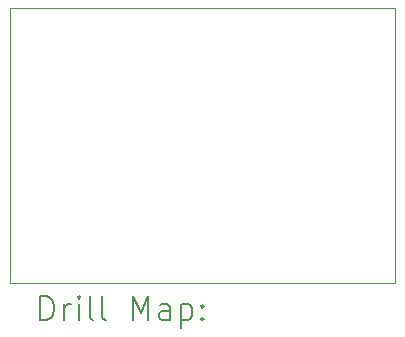
<source format=gbr>
%TF.GenerationSoftware,KiCad,Pcbnew,9.0.5*%
%TF.CreationDate,2025-12-11T06:10:03-03:00*%
%TF.ProjectId,dual IMU_module,6475616c-2049-44d5-955f-6d6f64756c65,rev?*%
%TF.SameCoordinates,Original*%
%TF.FileFunction,Drillmap*%
%TF.FilePolarity,Positive*%
%FSLAX45Y45*%
G04 Gerber Fmt 4.5, Leading zero omitted, Abs format (unit mm)*
G04 Created by KiCad (PCBNEW 9.0.5) date 2025-12-11 06:10:03*
%MOMM*%
%LPD*%
G01*
G04 APERTURE LIST*
%ADD10C,0.050000*%
%ADD11C,0.200000*%
G04 APERTURE END LIST*
D10*
X12352000Y-6903000D02*
X15615000Y-6903000D01*
X15615000Y-9230000D01*
X12352000Y-9230000D01*
X12352000Y-6903000D01*
D11*
X12610277Y-9543984D02*
X12610277Y-9343984D01*
X12610277Y-9343984D02*
X12657896Y-9343984D01*
X12657896Y-9343984D02*
X12686467Y-9353508D01*
X12686467Y-9353508D02*
X12705515Y-9372555D01*
X12705515Y-9372555D02*
X12715039Y-9391603D01*
X12715039Y-9391603D02*
X12724562Y-9429698D01*
X12724562Y-9429698D02*
X12724562Y-9458270D01*
X12724562Y-9458270D02*
X12715039Y-9496365D01*
X12715039Y-9496365D02*
X12705515Y-9515412D01*
X12705515Y-9515412D02*
X12686467Y-9534460D01*
X12686467Y-9534460D02*
X12657896Y-9543984D01*
X12657896Y-9543984D02*
X12610277Y-9543984D01*
X12810277Y-9543984D02*
X12810277Y-9410650D01*
X12810277Y-9448746D02*
X12819801Y-9429698D01*
X12819801Y-9429698D02*
X12829324Y-9420174D01*
X12829324Y-9420174D02*
X12848372Y-9410650D01*
X12848372Y-9410650D02*
X12867420Y-9410650D01*
X12934086Y-9543984D02*
X12934086Y-9410650D01*
X12934086Y-9343984D02*
X12924562Y-9353508D01*
X12924562Y-9353508D02*
X12934086Y-9363031D01*
X12934086Y-9363031D02*
X12943610Y-9353508D01*
X12943610Y-9353508D02*
X12934086Y-9343984D01*
X12934086Y-9343984D02*
X12934086Y-9363031D01*
X13057896Y-9543984D02*
X13038848Y-9534460D01*
X13038848Y-9534460D02*
X13029324Y-9515412D01*
X13029324Y-9515412D02*
X13029324Y-9343984D01*
X13162658Y-9543984D02*
X13143610Y-9534460D01*
X13143610Y-9534460D02*
X13134086Y-9515412D01*
X13134086Y-9515412D02*
X13134086Y-9343984D01*
X13391229Y-9543984D02*
X13391229Y-9343984D01*
X13391229Y-9343984D02*
X13457896Y-9486841D01*
X13457896Y-9486841D02*
X13524562Y-9343984D01*
X13524562Y-9343984D02*
X13524562Y-9543984D01*
X13705515Y-9543984D02*
X13705515Y-9439222D01*
X13705515Y-9439222D02*
X13695991Y-9420174D01*
X13695991Y-9420174D02*
X13676943Y-9410650D01*
X13676943Y-9410650D02*
X13638848Y-9410650D01*
X13638848Y-9410650D02*
X13619801Y-9420174D01*
X13705515Y-9534460D02*
X13686467Y-9543984D01*
X13686467Y-9543984D02*
X13638848Y-9543984D01*
X13638848Y-9543984D02*
X13619801Y-9534460D01*
X13619801Y-9534460D02*
X13610277Y-9515412D01*
X13610277Y-9515412D02*
X13610277Y-9496365D01*
X13610277Y-9496365D02*
X13619801Y-9477317D01*
X13619801Y-9477317D02*
X13638848Y-9467793D01*
X13638848Y-9467793D02*
X13686467Y-9467793D01*
X13686467Y-9467793D02*
X13705515Y-9458270D01*
X13800753Y-9410650D02*
X13800753Y-9610650D01*
X13800753Y-9420174D02*
X13819801Y-9410650D01*
X13819801Y-9410650D02*
X13857896Y-9410650D01*
X13857896Y-9410650D02*
X13876943Y-9420174D01*
X13876943Y-9420174D02*
X13886467Y-9429698D01*
X13886467Y-9429698D02*
X13895991Y-9448746D01*
X13895991Y-9448746D02*
X13895991Y-9505889D01*
X13895991Y-9505889D02*
X13886467Y-9524936D01*
X13886467Y-9524936D02*
X13876943Y-9534460D01*
X13876943Y-9534460D02*
X13857896Y-9543984D01*
X13857896Y-9543984D02*
X13819801Y-9543984D01*
X13819801Y-9543984D02*
X13800753Y-9534460D01*
X13981705Y-9524936D02*
X13991229Y-9534460D01*
X13991229Y-9534460D02*
X13981705Y-9543984D01*
X13981705Y-9543984D02*
X13972182Y-9534460D01*
X13972182Y-9534460D02*
X13981705Y-9524936D01*
X13981705Y-9524936D02*
X13981705Y-9543984D01*
X13981705Y-9420174D02*
X13991229Y-9429698D01*
X13991229Y-9429698D02*
X13981705Y-9439222D01*
X13981705Y-9439222D02*
X13972182Y-9429698D01*
X13972182Y-9429698D02*
X13981705Y-9420174D01*
X13981705Y-9420174D02*
X13981705Y-9439222D01*
M02*

</source>
